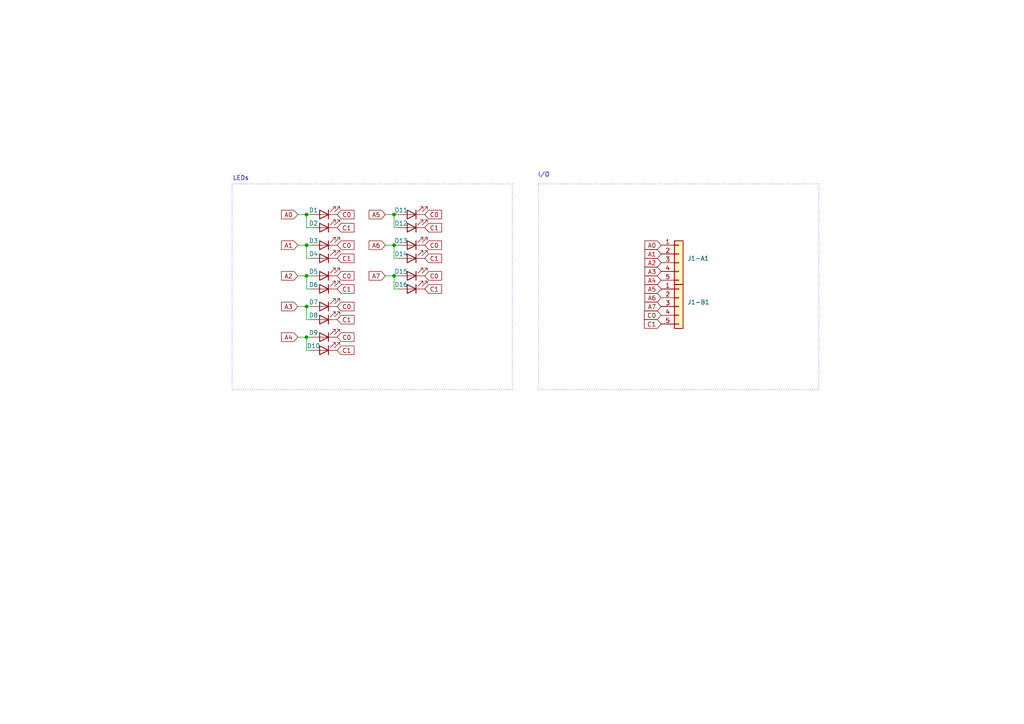
<source format=kicad_sch>
(kicad_sch (version 20231120) (generator "eeschema") (generator_version "8.0")
  (paper "A4")
  (lib_symbols
    (symbol "Connector_Generic:Conn_01x05" (pin_names (offset 1.016) hide)
      (property "Reference" "J" (at 0 7.62 0))
      (property "Value" "Conn_01x05" (at 0 -7.62 0))
      (symbol "Conn_01x05_1_1"
        (rectangle (start -1.27 -4.953) (end 0 -5.207) (stroke (width 0.1524)))
        (rectangle (start -1.27 -2.413) (end 0 -2.667) (stroke (width 0.1524)))
        (rectangle (start -1.27 0.127) (end 0 -0.127) (stroke (width 0.1524)))
        (rectangle (start -1.27 2.667) (end 0 2.413) (stroke (width 0.1524)))
        (rectangle (start -1.27 5.207) (end 0 4.953) (stroke (width 0.1524)))
        (rectangle (start -1.27 6.35) (end 1.27 -6.35) (stroke (width 0.254)) (fill (type background)))
        (pin passive line (at -5.08 5.08 0) (length 3.81) (name "Pin_1") (number "1"))
        (pin passive line (at -5.08 2.54 0) (length 3.81) (name "Pin_2") (number "2"))
        (pin passive line (at -5.08 0 0) (length 3.81) (name "Pin_3") (number "3"))
        (pin passive line (at -5.08 -2.54 0) (length 3.81) (name "Pin_4") (number "4"))
        (pin passive line (at -5.08 -5.08 0) (length 3.81) (name "Pin_5") (number "5"))
      )
    )
    (symbol "Device:LED" (pin_numbers hide) (pin_names (offset 1.016) hide)
      (property "Reference" "D" (at 0 2.54 0))
      (property "Value" "LED" (at 0 -2.54 0))
      (symbol "LED_0_1"
        (polyline (pts (xy -1.27 -1.27) (xy -1.27 1.27)) (stroke (width 0.254)))
        (polyline (pts (xy -1.27 0) (xy 1.27 0)))
        (polyline (pts (xy 1.27 -1.27) (xy 1.27 1.27) (xy -1.27 0) (xy 1.27 -1.27)) (stroke (width 0.254)))
        (polyline (pts (xy -3.048 -0.762) (xy -4.572 -2.286) (xy -3.81 -2.286) (xy -4.572 -2.286) (xy -4.572 -1.524)))
        (polyline (pts (xy -1.778 -0.762) (xy -3.302 -2.286) (xy -2.54 -2.286) (xy -3.302 -2.286) (xy -3.302 -1.524)))
      )
      (symbol "LED_1_1"
        (pin passive line (at -3.81 0 0) (length 2.54) (name "K") (number "1"))
        (pin passive line (at 3.81 0 180) (length 2.54) (name "A") (number "2"))
      )
    )
  )
  (junction (at 114.3 62.23))
  (junction (at 88.9 62.23))
  (junction (at 114.3 80.01))
  (junction (at 88.9 80.01))
  (junction (at 114.3 71.12))
  (junction (at 88.9 88.9))
  (junction (at 88.9 71.12))
  (junction (at 88.9 97.79))
  (wire (pts (xy 114.3 66.04) (xy 114.3 62.23)))
  (wire (pts (xy 88.9 62.23) (xy 86.36 62.23)))
  (wire (pts (xy 88.9 80.01) (xy 90.17 80.01)))
  (wire (pts (xy 88.9 97.79) (xy 86.36 97.79)))
  (wire (pts (xy 114.3 83.82) (xy 114.3 80.01)))
  (wire (pts (xy 114.3 74.93) (xy 114.3 71.12)))
  (wire (pts (xy 88.9 74.93) (xy 88.9 71.12)))
  (wire (pts (xy 90.17 74.93) (xy 88.9 74.93)))
  (wire (pts (xy 88.9 97.79) (xy 90.17 97.79)))
  (wire (pts (xy 114.3 80.01) (xy 111.76 80.01)))
  (wire (pts (xy 90.17 66.04) (xy 88.9 66.04)))
  (wire (pts (xy 90.17 92.71) (xy 88.9 92.71)))
  (wire (pts (xy 88.9 92.71) (xy 88.9 88.9)))
  (wire (pts (xy 114.3 71.12) (xy 115.57 71.12)))
  (wire (pts (xy 88.9 80.01) (xy 86.36 80.01)))
  (wire (pts (xy 115.57 83.82) (xy 114.3 83.82)))
  (wire (pts (xy 90.17 101.6) (xy 88.9 101.6)))
  (wire (pts (xy 115.57 74.93) (xy 114.3 74.93)))
  (wire (pts (xy 88.9 83.82) (xy 88.9 80.01)))
  (wire (pts (xy 88.9 62.23) (xy 90.17 62.23)))
  (wire (pts (xy 115.57 66.04) (xy 114.3 66.04)))
  (wire (pts (xy 88.9 66.04) (xy 88.9 62.23)))
  (wire (pts (xy 114.3 62.23) (xy 115.57 62.23)))
  (wire (pts (xy 114.3 80.01) (xy 115.57 80.01)))
  (wire (pts (xy 88.9 71.12) (xy 90.17 71.12)))
  (wire (pts (xy 88.9 88.9) (xy 86.36 88.9)))
  (wire (pts (xy 90.17 83.82) (xy 88.9 83.82)))
  (wire (pts (xy 88.9 101.6) (xy 88.9 97.79)))
  (wire (pts (xy 88.9 88.9) (xy 90.17 88.9)))
  (wire (pts (xy 114.3 71.12) (xy 111.76 71.12)))
  (wire (pts (xy 88.9 71.12) (xy 86.36 71.12)))
  (wire (pts (xy 114.3 62.23) (xy 111.76 62.23)))
  (rectangle (start 67.31 53.34) (end 148.59 113.03) (stroke (width 0) (type dot)))
  (rectangle (start 156.21 53.34) (end 237.49 113.03) (stroke (width 0) (type dot)))
  (text "I/O" (at 157.734 50.8 0) (effects (font (size 1.27 1.27))))
  (text "LEDs" (at 69.85 51.816 0) (effects (font (size 1.27 1.27))))
  (global_label "A7" (shape input) (at 111.76 80.01 180) (property "Intersheetrefs" "${INTERSHEET_REFS}" (effects (hide yes))))
  (global_label "A5" (shape input) (at 191.77 83.82 180) (property "Intersheetrefs" "${INTERSHEET_REFS}" (effects (hide yes))))
  (global_label "A2" (shape input) (at 191.77 76.2 180) (property "Intersheetrefs" "${INTERSHEET_REFS}" (effects (hide yes))))
  (global_label "A1" (shape input) (at 86.36 71.12 180) (property "Intersheetrefs" "${INTERSHEET_REFS}" (effects (hide yes))))
  (global_label "A4" (shape input) (at 191.77 81.28 180) (property "Intersheetrefs" "${INTERSHEET_REFS}" (effects (hide yes))))
  (global_label "A6" (shape input) (at 111.76 71.12 180) (property "Intersheetrefs" "${INTERSHEET_REFS}" (effects (hide yes))))
  (global_label "A5" (shape input) (at 111.76 62.23 180) (property "Intersheetrefs" "${INTERSHEET_REFS}" (effects (hide yes))))
  (global_label "C1" (shape input) (at 123.19 66.04 0) (property "Intersheetrefs" "${INTERSHEET_REFS}" (effects (hide yes))))
  (global_label "A3" (shape input) (at 86.36 88.9 180) (property "Intersheetrefs" "${INTERSHEET_REFS}" (effects (hide yes))))
  (global_label "A2" (shape input) (at 86.36 80.01 180) (property "Intersheetrefs" "${INTERSHEET_REFS}" (effects (hide yes))))
  (global_label "A0" (shape input) (at 86.36 62.23 180) (property "Intersheetrefs" "${INTERSHEET_REFS}" (effects (hide yes))))
  (global_label "A1" (shape input) (at 191.77 73.66 180) (property "Intersheetrefs" "${INTERSHEET_REFS}" (effects (hide yes))))
  (global_label "C1" (shape input) (at 97.79 74.93 0) (property "Intersheetrefs" "${INTERSHEET_REFS}" (effects (hide yes))))
  (global_label "C1" (shape input) (at 123.19 74.93 0) (property "Intersheetrefs" "${INTERSHEET_REFS}" (effects (hide yes))))
  (global_label "C1" (shape input) (at 123.19 83.82 0) (property "Intersheetrefs" "${INTERSHEET_REFS}" (effects (hide yes))))
  (global_label "A3" (shape input) (at 191.77 78.74 180) (property "Intersheetrefs" "${INTERSHEET_REFS}" (effects (hide yes))))
  (global_label "C0" (shape input) (at 97.79 71.12 0) (property "Intersheetrefs" "${INTERSHEET_REFS}" (effects (hide yes))))
  (global_label "C1" (shape input) (at 97.79 92.71 0) (property "Intersheetrefs" "${INTERSHEET_REFS}" (effects (hide yes))))
  (global_label "C1" (shape input) (at 191.77 93.98 180) (property "Intersheetrefs" "${INTERSHEET_REFS}" (effects (hide yes))))
  (global_label "C0" (shape input) (at 191.77 91.44 180) (property "Intersheetrefs" "${INTERSHEET_REFS}" (effects (hide yes))))
  (global_label "C0" (shape input) (at 123.19 62.23 0) (property "Intersheetrefs" "${INTERSHEET_REFS}" (effects (hide yes))))
  (global_label "C0" (shape input) (at 97.79 80.01 0) (property "Intersheetrefs" "${INTERSHEET_REFS}" (effects (hide yes))))
  (global_label "C1" (shape input) (at 97.79 66.04 0) (property "Intersheetrefs" "${INTERSHEET_REFS}" (effects (hide yes))))
  (global_label "A4" (shape input) (at 86.36 97.79 180) (property "Intersheetrefs" "${INTERSHEET_REFS}" (effects (hide yes))))
  (global_label "C0" (shape input) (at 97.79 97.79 0) (property "Intersheetrefs" "${INTERSHEET_REFS}" (effects (hide yes))))
  (global_label "A7" (shape input) (at 191.77 88.9 180) (property "Intersheetrefs" "${INTERSHEET_REFS}" (effects (hide yes))))
  (global_label "C0" (shape input) (at 123.19 71.12 0) (property "Intersheetrefs" "${INTERSHEET_REFS}" (effects (hide yes))))
  (global_label "C1" (shape input) (at 97.79 83.82 0) (property "Intersheetrefs" "${INTERSHEET_REFS}" (effects (hide yes))))
  (global_label "C0" (shape input) (at 97.79 62.23 0) (property "Intersheetrefs" "${INTERSHEET_REFS}" (effects (hide yes))))
  (global_label "C0" (shape input) (at 123.19 80.01 0) (property "Intersheetrefs" "${INTERSHEET_REFS}" (effects (hide yes))))
  (global_label "A6" (shape input) (at 191.77 86.36 180) (property "Intersheetrefs" "${INTERSHEET_REFS}" (effects (hide yes))))
  (global_label "A0" (shape input) (at 191.77 71.12 180) (property "Intersheetrefs" "${INTERSHEET_REFS}" (effects (hide yes))))
  (global_label "C0" (shape input) (at 97.79 88.9 0) (property "Intersheetrefs" "${INTERSHEET_REFS}" (effects (hide yes))))
  (global_label "C1" (shape input) (at 97.79 101.6 0) (property "Intersheetrefs" "${INTERSHEET_REFS}" (effects (hide yes))))
  (symbol (lib_id "Device:LED") (at 93.98 71.12 180) (unit 1)
    (property "Reference" "D3" (at 90.932 69.85 0))
    (property "Value" "LED" (effects (hide yes)))
    (property "Footprint" "LED_THT:LED_D5.0mm" (effects (hide yes)))
    (property "Description" "Light emitting diode" (effects (hide yes)))
  )
  (symbol (lib_id "Device:LED") (at 93.98 97.79 180) (unit 1)
    (property "Reference" "D9" (at 90.932 96.52 0))
    (property "Value" "LED" (effects (hide yes)))
    (property "Footprint" "LED_THT:LED_D5.0mm" (effects (hide yes)))
    (property "Description" "Light emitting diode" (effects (hide yes)))
  )
  (symbol (lib_id "Connector_Generic:Conn_01x05") (at 196.85 76.2 0) (unit 1)
    (property "Reference" "J1-A1" (at 199.39 74.9299 0) (effects (justify left)))
    (property "Value" "Conn_01x05" (effects (hide yes)))
    (property "Footprint" "Connector_PinHeader_2.54mm:PinHeader_1x05_P2.54mm_Vertical" (effects (hide yes)))
    (property "Description" "Generic connector, single row, 01x05, script generated (kicad-library-utils/schlib/autogen/connector/)" (effects (hide yes)))
  )
  (symbol (lib_id "Device:LED") (at 119.38 83.82 180) (unit 1)
    (property "Reference" "D16" (at 116.332 82.55 0))
    (property "Value" "LED" (effects (hide yes)))
    (property "Footprint" "LED_THT:LED_D5.0mm" (effects (hide yes)))
    (property "Description" "Light emitting diode" (effects (hide yes)))
  )
  (symbol (lib_id "Device:LED") (at 119.38 66.04 180) (unit 1)
    (property "Reference" "D12" (at 116.332 64.77 0))
    (property "Value" "LED" (effects (hide yes)))
    (property "Footprint" "LED_THT:LED_D5.0mm" (effects (hide yes)))
    (property "Description" "Light emitting diode" (effects (hide yes)))
  )
  (symbol (lib_id "Device:LED") (at 93.98 80.01 180) (unit 1)
    (property "Reference" "D5" (at 90.932 78.74 0))
    (property "Value" "LED" (effects (hide yes)))
    (property "Footprint" "LED_THT:LED_D5.0mm" (effects (hide yes)))
    (property "Description" "Light emitting diode" (effects (hide yes)))
  )
  (symbol (lib_id "Device:LED") (at 93.98 83.82 180) (unit 1)
    (property "Reference" "D6" (at 90.932 82.55 0))
    (property "Value" "LED" (effects (hide yes)))
    (property "Footprint" "LED_THT:LED_D5.0mm" (effects (hide yes)))
    (property "Description" "Light emitting diode" (effects (hide yes)))
  )
  (symbol (lib_id "Device:LED") (at 119.38 71.12 180) (unit 1)
    (property "Reference" "D13" (at 116.332 69.85 0))
    (property "Value" "LED" (effects (hide yes)))
    (property "Footprint" "LED_THT:LED_D5.0mm" (effects (hide yes)))
    (property "Description" "Light emitting diode" (effects (hide yes)))
  )
  (symbol (lib_id "Device:LED") (at 119.38 74.93 180) (unit 1)
    (property "Reference" "D14" (at 116.332 73.66 0))
    (property "Value" "LED" (effects (hide yes)))
    (property "Footprint" "LED_THT:LED_D5.0mm" (effects (hide yes)))
    (property "Description" "Light emitting diode" (effects (hide yes)))
  )
  (symbol (lib_id "Connector_Generic:Conn_01x05") (at 196.85 88.9 0) (unit 1)
    (property "Reference" "J1-B1" (at 199.39 87.6299 0) (effects (justify left)))
    (property "Value" "Conn_01x05" (effects (hide yes)))
    (property "Footprint" "Connector_PinHeader_2.54mm:PinHeader_1x05_P2.54mm_Vertical" (effects (hide yes)))
    (property "Description" "Generic connector, single row, 01x05, script generated (kicad-library-utils/schlib/autogen/connector/)" (effects (hide yes)))
  )
  (symbol (lib_id "Device:LED") (at 93.98 88.9 180) (unit 1)
    (property "Reference" "D7" (at 90.932 87.63 0))
    (property "Value" "LED" (effects (hide yes)))
    (property "Footprint" "LED_THT:LED_D5.0mm" (effects (hide yes)))
    (property "Description" "Light emitting diode" (effects (hide yes)))
  )
  (symbol (lib_id "Device:LED") (at 93.98 92.71 180) (unit 1)
    (property "Reference" "D8" (at 90.932 91.44 0))
    (property "Value" "LED" (effects (hide yes)))
    (property "Footprint" "LED_THT:LED_D5.0mm" (effects (hide yes)))
    (property "Description" "Light emitting diode" (effects (hide yes)))
  )
  (symbol (lib_id "Device:LED") (at 93.98 101.6 180) (unit 1)
    (property "Reference" "D10" (at 90.932 100.33 0))
    (property "Value" "LED" (effects (hide yes)))
    (property "Footprint" "LED_THT:LED_D5.0mm" (effects (hide yes)))
    (property "Description" "Light emitting diode" (effects (hide yes)))
  )
  (symbol (lib_id "Device:LED") (at 119.38 62.23 180) (unit 1)
    (property "Reference" "D11" (at 116.332 60.96 0))
    (property "Value" "LED" (effects (hide yes)))
    (property "Footprint" "LED_THT:LED_D5.0mm" (effects (hide yes)))
    (property "Description" "Light emitting diode" (effects (hide yes)))
  )
  (symbol (lib_id "Device:LED") (at 93.98 66.04 180) (unit 1)
    (property "Reference" "D2" (at 90.932 64.77 0))
    (property "Value" "LED" (effects (hide yes)))
    (property "Footprint" "LED_THT:LED_D5.0mm" (effects (hide yes)))
    (property "Description" "Light emitting diode" (effects (hide yes)))
  )
  (symbol (lib_id "Device:LED") (at 119.38 80.01 180) (unit 1)
    (property "Reference" "D15" (at 116.332 78.74 0))
    (property "Value" "LED" (effects (hide yes)))
    (property "Footprint" "LED_THT:LED_D5.0mm" (effects (hide yes)))
    (property "Description" "Light emitting diode" (effects (hide yes)))
  )
  (symbol (lib_id "Device:LED") (at 93.98 62.23 180) (unit 1)
    (property "Reference" "D1" (at 90.932 60.96 0))
    (property "Value" "LED" (effects (hide yes)))
    (property "Footprint" "LED_THT:LED_D5.0mm" (effects (hide yes)))
    (property "Description" "Light emitting diode" (effects (hide yes)))
  )
  (symbol (lib_id "Device:LED") (at 93.98 74.93 180) (unit 1)
    (property "Reference" "D4" (at 90.932 73.66 0))
    (property "Value" "LED" (effects (hide yes)))
    (property "Footprint" "LED_THT:LED_D5.0mm" (effects (hide yes)))
    (property "Description" "Light emitting diode" (effects (hide yes)))
  )
)
</source>
